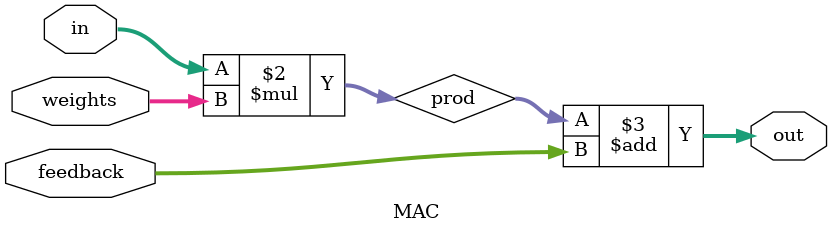
<source format=sv>
module MAC #(parameter N = 2, parameter QM = 12, parameter QN = 20, parameter WM = 6, parameter WN = 10, parameter OB = 8)(
    input logic signed [QM + QN - 1:0] in,
    input logic signed [WM + WN - 1:0] weights,
    input logic signed [QM + QN + WM + WN + N - 1 : 0] feedback,
    output logic signed [QM + QN + WM + WN + N - 1:0] out
);
localparam SF = 2.0**-QN;
logic signed [QM + QN + WM + WN - 1 : 0] prod;

always_comb begin
    prod = in * weights;
    // QN + WN , QM + WM is the prod bit width
    // [QM + QN + WN - 1 : WN] to reduce
    out = prod + feedback;
end

endmodule
</source>
